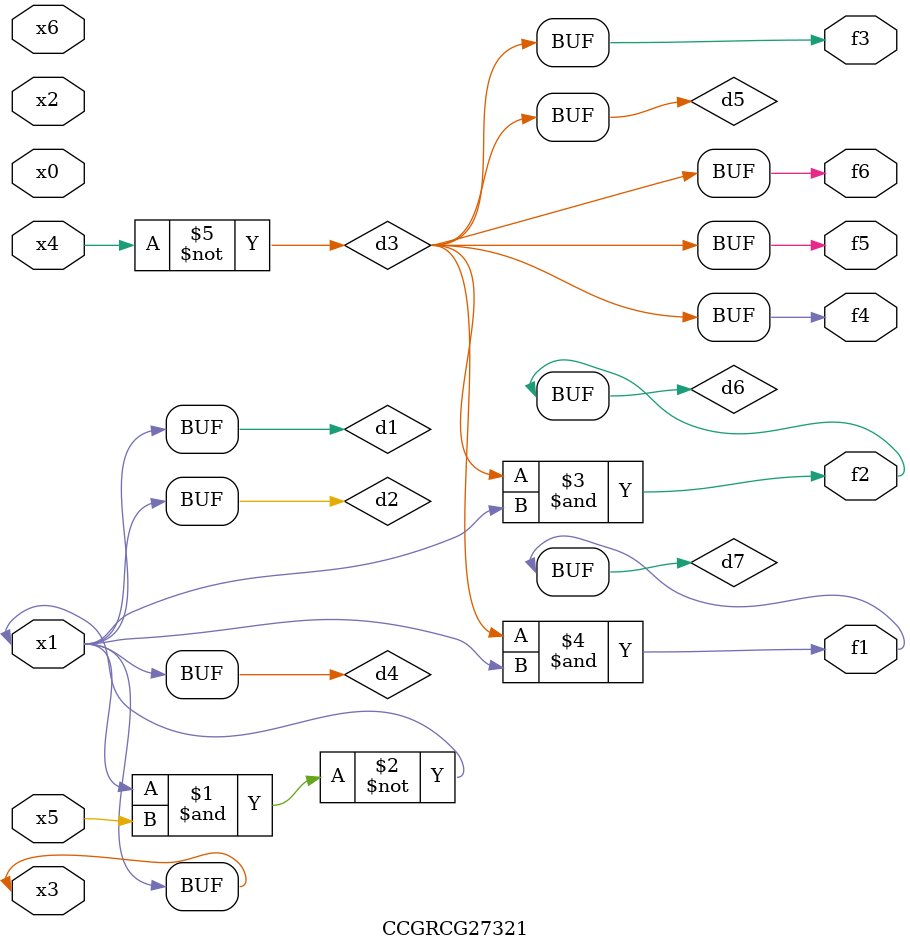
<source format=v>
module CCGRCG27321(
	input x0, x1, x2, x3, x4, x5, x6,
	output f1, f2, f3, f4, f5, f6
);

	wire d1, d2, d3, d4, d5, d6, d7;

	buf (d1, x1, x3);
	nand (d2, x1, x5);
	not (d3, x4);
	buf (d4, d1, d2);
	buf (d5, d3);
	and (d6, d3, d4);
	and (d7, d3, d4);
	assign f1 = d7;
	assign f2 = d6;
	assign f3 = d5;
	assign f4 = d5;
	assign f5 = d5;
	assign f6 = d5;
endmodule

</source>
